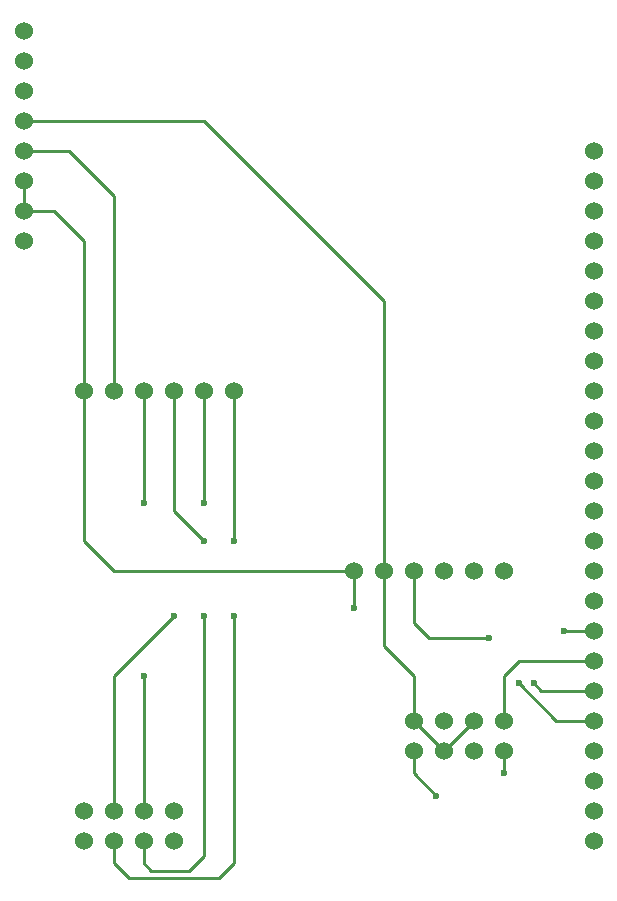
<source format=gbr>
G04 #@! TF.FileFunction,Copper,L1,Top,Signal*
%FSLAX46Y46*%
G04 Gerber Fmt 4.6, Leading zero omitted, Abs format (unit mm)*
G04 Created by KiCad (PCBNEW 4.0.7) date 12/31/17 13:49:46*
%MOMM*%
%LPD*%
G01*
G04 APERTURE LIST*
%ADD10C,0.100000*%
%ADD11C,1.524000*%
%ADD12C,0.600000*%
%ADD13C,0.250000*%
G04 APERTURE END LIST*
D10*
D11*
X128270000Y-133350000D03*
X130810000Y-133350000D03*
X133350000Y-133350000D03*
X135890000Y-133350000D03*
X135890000Y-130810000D03*
X133350000Y-130810000D03*
X130810000Y-130810000D03*
X128270000Y-130810000D03*
X151130000Y-110490000D03*
X153670000Y-110490000D03*
X156210000Y-110490000D03*
X158750000Y-110490000D03*
X161290000Y-110490000D03*
X163830000Y-110490000D03*
X128270000Y-95250000D03*
X130810000Y-95250000D03*
X133350000Y-95250000D03*
X135890000Y-95250000D03*
X138430000Y-95250000D03*
X140970000Y-95250000D03*
X156210000Y-125730000D03*
X158750000Y-125730000D03*
X161290000Y-125730000D03*
X163830000Y-125730000D03*
X163830000Y-123190000D03*
X161290000Y-123190000D03*
X158750000Y-123190000D03*
X156210000Y-123190000D03*
X123190000Y-82550000D03*
X123190000Y-80010000D03*
X123190000Y-77470000D03*
X123190000Y-74930000D03*
X123190000Y-72390000D03*
X123190000Y-69850000D03*
X123190000Y-67310000D03*
X123190000Y-64770000D03*
X171450000Y-92710000D03*
X171450000Y-90170000D03*
X171450000Y-87630000D03*
X171450000Y-85090000D03*
X171450000Y-82550000D03*
X171450000Y-80010000D03*
X171450000Y-77470000D03*
X171450000Y-74930000D03*
X171450000Y-113030000D03*
X171450000Y-110490000D03*
X171450000Y-107950000D03*
X171450000Y-105410000D03*
X171450000Y-102870000D03*
X171450000Y-100330000D03*
X171450000Y-97790000D03*
X171450000Y-95250000D03*
X171450000Y-133350000D03*
X171450000Y-130810000D03*
X171450000Y-128270000D03*
X171450000Y-125730000D03*
X171450000Y-123190000D03*
X171450000Y-120650000D03*
X171450000Y-118110000D03*
X171450000Y-115570000D03*
D12*
X165100000Y-120015000D03*
X162560000Y-116205000D03*
X166370000Y-120015000D03*
X168910000Y-115570000D03*
X158115000Y-129540000D03*
X151130000Y-113665000D03*
X163830000Y-127635000D03*
X140970000Y-107950000D03*
X140970000Y-114300000D03*
X138430000Y-107950000D03*
X138430000Y-114300000D03*
X133350000Y-119380000D03*
X133350000Y-104775000D03*
X138430000Y-104775000D03*
X135890000Y-114300000D03*
D13*
X168275000Y-123190000D02*
X171450000Y-123190000D01*
X165100000Y-120015000D02*
X168275000Y-123190000D01*
X170815000Y-123190000D02*
X171450000Y-123190000D01*
X171450000Y-120650000D02*
X167005000Y-120650000D01*
X156210000Y-114935000D02*
X156210000Y-110490000D01*
X157480000Y-116205000D02*
X156210000Y-114935000D01*
X162560000Y-116205000D02*
X157480000Y-116205000D01*
X167005000Y-120650000D02*
X166370000Y-120015000D01*
X163830000Y-123190000D02*
X163830000Y-119380000D01*
X165100000Y-118110000D02*
X171450000Y-118110000D01*
X163830000Y-119380000D02*
X165100000Y-118110000D01*
X156210000Y-125730000D02*
X156210000Y-127635000D01*
X168910000Y-115570000D02*
X170815000Y-115570000D01*
X156210000Y-127635000D02*
X158115000Y-129540000D01*
X170815000Y-115570000D02*
X171450000Y-115570000D01*
X128270000Y-95250000D02*
X128270000Y-107950000D01*
X130810000Y-110490000D02*
X151130000Y-110490000D01*
X128270000Y-107950000D02*
X130810000Y-110490000D01*
X163830000Y-125730000D02*
X163830000Y-127635000D01*
X151130000Y-113665000D02*
X151130000Y-110490000D01*
X123190000Y-80010000D02*
X125730000Y-80010000D01*
X128270000Y-82550000D02*
X128270000Y-95250000D01*
X125730000Y-80010000D02*
X128270000Y-82550000D01*
X123190000Y-77470000D02*
X123190000Y-80010000D01*
X123190000Y-74930000D02*
X127000000Y-74930000D01*
X130810000Y-78740000D02*
X130810000Y-95250000D01*
X127000000Y-74930000D02*
X130810000Y-78740000D01*
X158750000Y-125730000D02*
X161290000Y-123190000D01*
X153670000Y-110490000D02*
X153670000Y-116840000D01*
X156210000Y-119380000D02*
X156210000Y-123190000D01*
X153670000Y-116840000D02*
X156210000Y-119380000D01*
X156210000Y-123190000D02*
X158750000Y-125730000D01*
X123190000Y-72390000D02*
X138430000Y-72390000D01*
X153670000Y-87630000D02*
X153670000Y-110490000D01*
X138430000Y-72390000D02*
X153670000Y-87630000D01*
X130810000Y-133350000D02*
X130810000Y-135255000D01*
X140970000Y-107950000D02*
X140970000Y-95250000D01*
X140970000Y-135255000D02*
X140970000Y-114300000D01*
X139700000Y-136525000D02*
X140970000Y-135255000D01*
X132080000Y-136525000D02*
X139700000Y-136525000D01*
X130810000Y-135255000D02*
X132080000Y-136525000D01*
X133350000Y-133350000D02*
X133350000Y-135255000D01*
X135890000Y-105410000D02*
X135890000Y-95885000D01*
X138430000Y-107950000D02*
X135890000Y-105410000D01*
X138430000Y-134620000D02*
X138430000Y-114300000D01*
X137160000Y-135890000D02*
X138430000Y-134620000D01*
X133985000Y-135890000D02*
X137160000Y-135890000D01*
X133350000Y-135255000D02*
X133985000Y-135890000D01*
X135890000Y-95885000D02*
X135890000Y-95250000D01*
X133350000Y-133350000D02*
X133350000Y-132715000D01*
X135890000Y-95885000D02*
X135890000Y-95250000D01*
X133350000Y-95250000D02*
X133350000Y-104775000D01*
X133350000Y-119380000D02*
X133350000Y-130810000D01*
X130810000Y-130810000D02*
X130810000Y-119380000D01*
X138430000Y-104775000D02*
X138430000Y-95250000D01*
X130810000Y-119380000D02*
X135890000Y-114300000D01*
M02*

</source>
